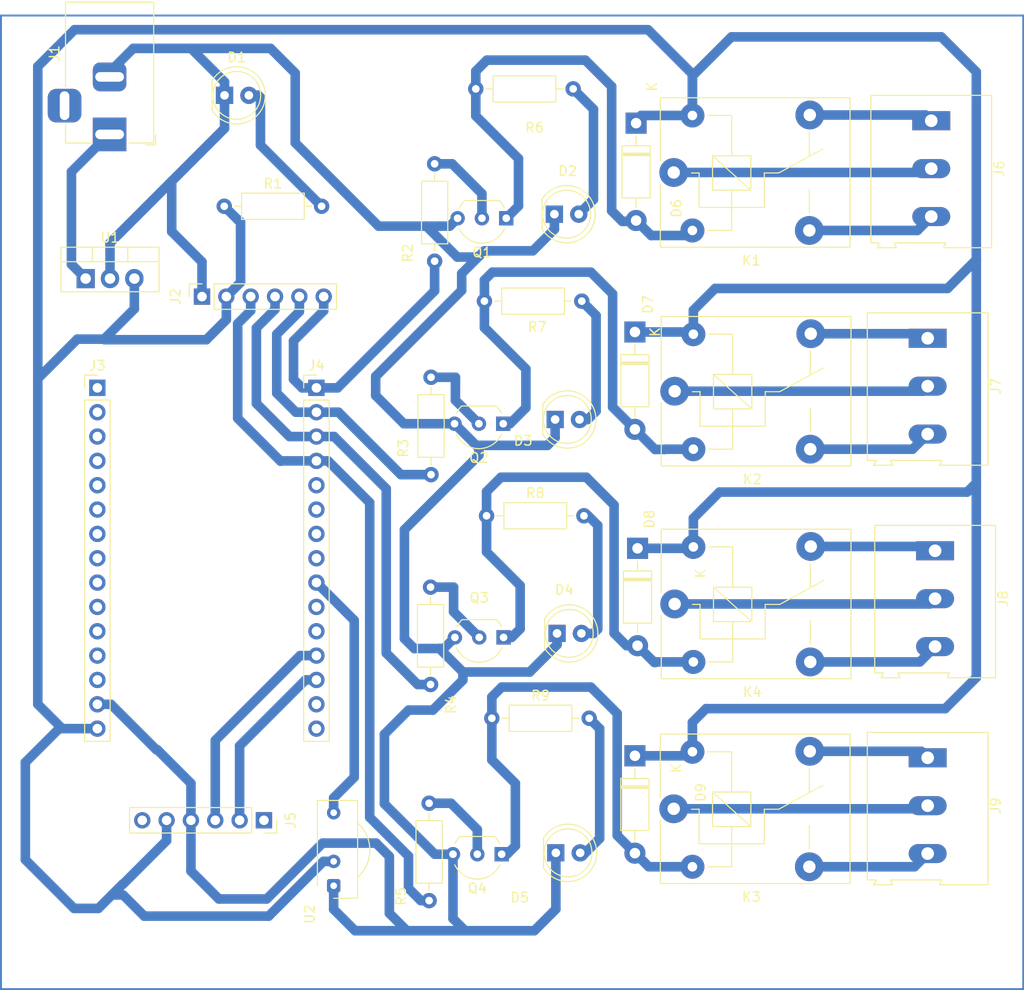
<source format=kicad_pcb>
(kicad_pcb (version 20211014) (generator pcbnew)
  (layers (0 "F.Cu" signal) (31 "B.Cu" signal) (34 "B.Paste" user) (35 "F.Paste" user) (36 "B.SilkS" user "B.Silkscreen") (37 "F.SilkS" user "F.Silkscreen") (38 "B.Mask" user) (39 "F.Mask" user) (44 "Edge.Cuts" user))
  (net 0 "")
  (net 1 "Net-(D1-Pad1)")
  (net 2 "Net-(D1-Pad2)")
  (net 3 "Net-(D3-Pad2)")
  (net 4 "Net-(D4-Pad2)")
  (net 5 "Net-(D5-Pad2)")
  (net 6 "Net-(D2-Pad2)")
  (net 7 "Net-(J2-Pad2)")
  (net 8 "Net-(Q1-Pad2)")
  (net 9 "Net-(Q2-Pad2)")
  (net 10 "Net-(Q3-Pad2)")
  (net 11 "Net-(Q4-Pad2)")
  (net 19 "Net-(J7-Pad1)")
  (net 20 "Net-(J7-Pad2)")
  (net 21 "Net-(J7-Pad3)")
  (net 22 "Net-(J8-Pad1)")
  (net 23 "Net-(J8-Pad2)")
  (net 24 "Net-(J8-Pad3)")
  (net 32 "Net-(J9-Pad1)")
  (net 33 "Net-(J9-Pad2)")
  (net 34 "Net-(J9-Pad3)")
  (net 35 "Net-(J2-Pad3)")
  (net 36 "Net-(J2-Pad4)")
  (net 37 "Net-(J2-Pad5)")
  (net 38 "Net-(J2-Pad6)")
  (net 39 "Net-(D6-Pad2)")
  (net 44 "Net-(J4-Pad9)")
  (net 47 "Net-(J4-Pad12)")
  (net 48 "Net-(J4-Pad13)")
  (net 52 "Net-(J6-Pad1)")
  (net 53 "Net-(J6-Pad2)")
  (net 54 "Net-(J6-Pad3)")
  (net 55 "Net-(D7-Pad2)")
  (net 56 "Net-(D8-Pad2)")
  (net 57 "Net-(D9-Pad2)")
  (net 58 "Net-(J1-Pad1)")
  (footprint "Relay_THT:Relay_SPDT_SANYOU_SRD_Series_Form_C" (layer "F.Cu") (at 181.187899 106.058014)
    (fp_text reference "K4")
    (fp_text value "SANYOU_SRD_Form_C")
  )
  (footprint "Package_TO_SOT_THT:TO-92_Inline_Wide" (layer "F.Cu") (at 163.332899 109.548014 180)
    (fp_text reference "Q3")
    (fp_text value "BC547")
  )
  (footprint "Resistor_THT:R_Axial_DIN0207_L6.3mm_D2.5mm_P10.16mm_Horizontal" (layer "F.Cu") (at 134.182899 64.558014)
    (fp_text reference "R1")
    (fp_text value "R")
  )
  (footprint "TerminalBlock:TerminalBlock_Altech_AK300-3_P5.00mm" (layer "F.Cu") (at 207.587899 122.108014 -90)
    (fp_text reference "J9")
    (fp_text value "Screw_Terminal_01x03")
  )
  (footprint "Package_TO_SOT_THT:TO-92_Inline_Wide" (layer "F.Cu") (at 163.612899 65.808014 180)
    (fp_text reference "Q1")
    (fp_text value "BC547")
  )
  (footprint "Relay_THT:Relay_SPDT_SANYOU_SRD_Series_Form_C" (layer "F.Cu") (at 181.087899 61.033014)
    (fp_text reference "K1")
    (fp_text value "SANYOU_SRD_Form_C")
  )
  (footprint "Diode_THT:D_DO-41_SOD81_P10.16mm_Horizontal" (layer "F.Cu") (at 177.312899 100.253014 -90)
    (fp_text reference "D8")
    (fp_text value "D")
  )
  (footprint "Connector_BarrelJack:BarrelJack_Horizontal" (layer "F.Cu") (at 122.220399 57.058014 -90)
    (fp_text reference "J1")
    (fp_text value "Jack-DC")
  )
  (footprint "Resistor_THT:R_Axial_DIN0207_L6.3mm_D2.5mm_P10.16mm_Horizontal" (layer "F.Cu") (at 161.557899 96.858014)
    (fp_text reference "R8")
    (fp_text value "560")
  )
  (footprint "TerminalBlock:TerminalBlock_Altech_AK300-3_P5.00mm" (layer "F.Cu") (at 207.962899 55.633014 -90)
    (fp_text reference "J6")
    (fp_text value "Screw_Terminal_01x03")
  )
  (footprint "Resistor_THT:R_Axial_DIN0207_L6.3mm_D2.5mm_P10.16mm_Horizontal" (layer "F.Cu") (at 162.107899 117.983014)
    (fp_text reference "R9")
    (fp_text value "560")
  )
  (footprint "Connector_PinHeader_2.54mm:PinHeader_1x15_P2.54mm_Vertical" (layer "F.Cu") (at 143.804332 83.508014)
    (fp_text reference "J4")
    (fp_text value "Conn_01x15_Female")
  )
  (footprint "Diode_THT:D_DO-41_SOD81_P10.16mm_Horizontal" (layer "F.Cu") (at 177.162899 55.883014 -90)
    (fp_text reference "D6")
    (fp_text value "D")
  )
  (footprint "Resistor_THT:R_Axial_DIN0207_L6.3mm_D2.5mm_P10.16mm_Horizontal" (layer "F.Cu") (at 161.332899 74.458014)
    (fp_text reference "R7")
    (fp_text value "560")
  )
  (footprint "TerminalBlock:TerminalBlock_Altech_AK300-3_P5.00mm" (layer "F.Cu") (at 207.587899 78.333014 -90)
    (fp_text reference "J7")
    (fp_text value "Screw_Terminal_01x03")
  )
  (footprint "Diode_THT:D_DO-41_SOD81_P10.16mm_Horizontal" (layer "F.Cu") (at 177.037899 77.678014 -90)
    (fp_text reference "D7")
    (fp_text value "D")
  )
  (footprint "LED_THT:LED_D5.0mm_Clear" (layer "F.Cu") (at 168.712899 86.808014)
    (fp_text reference "D3")
    (fp_text value "LED")
  )
  (footprint "LED_THT:LED_D5.0mm_Clear" (layer "F.Cu") (at 134.212899 52.983014)
    (fp_text reference "D1")
    (fp_text value "LED")
  )
  (footprint "Relay_THT:Relay_SPDT_SANYOU_SRD_Series_Form_C" (layer "F.Cu") (at 181.087899 127.433014)
    (fp_text reference "K3")
    (fp_text value "SANYOU_SRD_Form_C")
  )
  (footprint "LED_THT:LED_D5.0mm_Clear" (layer "F.Cu") (at 168.637899 65.383014)
    (fp_text reference "D2")
    (fp_text value "LED")
  )
  (footprint "Diode_THT:D_DO-41_SOD81_P10.16mm_Horizontal" (layer "F.Cu") (at 177.037899 121.903014 -90)
    (fp_text reference "D9")
    (fp_text value "D")
  )
  (footprint "Package_TO_SOT_THT:TO-92_Inline_Wide" (layer "F.Cu") (at 163.132899 132.173014 180)
    (fp_text reference "Q4")
    (fp_text value "BC547")
  )
  (footprint "Connector_PinSocket_2.54mm:PinSocket_1x06_P2.54mm_Vertical" (layer "F.Cu") (at 138.327899 128.633014 -90)
    (fp_text reference "J5")
    (fp_text value "Conn_01x06_Female")
  )
  (footprint "LED_THT:LED_D5.0mm_Clear" (layer "F.Cu") (at 168.787899 132.033014)
    (fp_text reference "D5")
    (fp_text value "LED")
  )
  (footprint "Connector_PinHeader_2.54mm:PinHeader_1x15_P2.54mm_Vertical" (layer "F.Cu") (at 120.944332 83.508014)
    (fp_text reference "J3")
    (fp_text value "Conn_01x15_Female")
  )
  (footprint "Package_TO_SOT_THT:TO-92_Inline_Wide" (layer "F.Cu") (at 163.296466 87.251012 180)
    (fp_text reference "Q2")
    (fp_text value "BC547")
  )
  (footprint "Resistor_THT:R_Axial_DIN0207_L6.3mm_D2.5mm_P10.16mm_Horizontal" (layer "F.Cu") (at 156.137899 70.288014 90)
    (fp_text reference "R2")
    (fp_text value "1k")
  )
  (footprint "Resistor_THT:R_Axial_DIN0207_L6.3mm_D2.5mm_P10.16mm_Horizontal" (layer "F.Cu") (at 155.562899 137.013014 90)
    (fp_text reference "R5")
    (fp_text value "1k")
  )
  (footprint "Resistor_THT:R_Axial_DIN0207_L6.3mm_D2.5mm_P10.16mm_Horizontal" (layer "F.Cu") (at 155.712899 114.463014 90)
    (fp_text reference "R4")
    (fp_text value "1k")
  )
  (footprint "Resistor_THT:R_Axial_DIN0207_L6.3mm_D2.5mm_P10.16mm_Horizontal" (layer "F.Cu") (at 155.762899 92.563014 90)
    (fp_text reference "R3")
    (fp_text value "1k")
  )
  (footprint "LED_THT:LED_D5.0mm_Clear" (layer "F.Cu") (at 168.912899 109.133014)
    (fp_text reference "D4")
    (fp_text value "LED")
  )
  (footprint "Connector_PinSocket_2.54mm:PinSocket_1x06_P2.54mm_Vertical" (layer "F.Cu") (at 131.862899 73.983014 90)
    (fp_text reference "J2")
    (fp_text value "Conn_01x06_Male")
  )
  (footprint "Relay_THT:Relay_SPDT_SANYOU_SRD_Series_Form_C" (layer "F.Cu") (at 181.187899 83.858014)
    (fp_text reference "K2")
    (fp_text value "SANYOU_SRD_Form_C")
  )
  (footprint "TerminalBlock:TerminalBlock_Altech_AK300-3_P5.00mm" (layer "F.Cu") (at 208.362899 100.508014 -90)
    (fp_text reference "J8")
    (fp_text value "Screw_Terminal_01x03")
  )
  (footprint "OptoDevice:Vishay_CAST-3Pin" (layer "F.Cu") (at 145.602899 135.463014 90)
    (fp_text reference "U2")
    (fp_text value "TSOP17xx")
  )
  (footprint "Package_TO_SOT_THT:TO-220-3_Vertical" (layer "F.Cu") (at 119.722899 72.103014)
    (fp_text reference "U1")
    (fp_text value "L7805")
  )
  (footprint "Resistor_THT:R_Axial_DIN0207_L6.3mm_D2.5mm_P10.16mm_Horizontal" (layer "F.Cu") (at 160.432899 52.308014)
    (fp_text reference "R6")
    (fp_text value "560")
  )
  (gr_line (start 217.562899 44.653014) (end 217.562899 146.253014) (layer "B.Cu") (width 0.2))
  (gr_line (start 110.882899 44.653014) (end 217.562899 44.653014) (layer "B.Cu") (width 0.2))
  (gr_line (start 217.562899 146.253014) (end 110.882899 146.253014) (layer "B.Cu") (width 0.2))
  (gr_line (start 110.882899 146.253014) (end 110.882899 44.653014) (layer "B.Cu") (width 0.2))
  (segment (start 158.052899 132.173014) (end 156.152899 132.173014) (width 1) (layer "B.Cu") (net 1))
  (segment (start 139.012899 48.083014) (end 141.587899 50.658014) (width 1) (layer "B.Cu") (net 1))
  (segment (start 161.332899 69.208014) (end 161.072899 69.468014) (width 1) (layer "B.Cu") (net 1))
  (segment (start 160.683844 69.857069) (end 158.501678 69.857069) (width 1) (layer "B.Cu") (net 1))
  (segment (start 134.212899 56.433014) (end 134.212899 52.983014) (width 1) (layer "B.Cu") (net 1))
  (segment (start 160.756466 89.791012) (end 160.473468 89.508014) (width 1) (layer "B.Cu") (net 1))
  (segment (start 157.092899 110.708014) (end 158.252899 109.548014) (width 1) (layer "B.Cu") (net 1))
  (segment (start 150.897899 126.918014) (end 150.897899 119.648014) (width 1) (layer "B.Cu") (net 1))
  (segment (start 122.352899 116.528014) (end 127.087899 121.263014) (width 1) (layer "B.Cu") (net 1))
  (segment (start 144.447899 131.013014) (end 150.022899 131.013014) (width 1) (layer "B.Cu") (net 1))
  (segment (start 130.707899 128.633014) (end 130.707899 133.928014) (width 1) (layer "B.Cu") (net 1))
  (segment (start 138.617899 136.843014) (end 144.447899 131.013014) (width 1) (layer "B.Cu") (net 1))
  (segment (start 120.944332 116.528014) (end 122.352899 116.528014) (width 1) (layer "B.Cu") (net 1))
  (segment (start 124.687899 48.083014) (end 130.712899 48.083014) (width 1) (layer "B.Cu") (net 1))
  (segment (start 156.152899 132.173014) (end 150.897899 126.918014) (width 1) (layer "B.Cu") (net 1))
  (segment (start 152.987899 109.683014) (end 152.987899 98.308014) (width 1) (layer "B.Cu") (net 1))
  (segment (start 122.220399 50.550514) (end 124.687899 48.083014) (width 1) (layer "B.Cu") (net 1))
  (segment (start 160.473468 89.508014) (end 158.216466 87.251012) (width 1) (layer "B.Cu") (net 1))
  (segment (start 166.062899 113.158014) (end 159.087899 113.158014) (width 1) (layer "B.Cu") (net 1))
  (segment (start 134.212899 51.583014) (end 134.212899 52.983014) (width 1) (layer "B.Cu") (net 1))
  (segment (start 153.412899 117.133014) (end 150.897899 119.648014) (width 1) (layer "B.Cu") (net 1))
  (segment (start 168.637899 66.958014) (end 166.387899 69.208014) (width 1) (layer "B.Cu") (net 1))
  (segment (start 122.262899 68.383014) (end 126.087899 64.558014) (width 1) (layer "B.Cu") (net 1))
  (segment (start 152.987899 98.308014) (end 160.756466 90.539447) (width 1) (layer "B.Cu") (net 1))
  (segment (start 154.012899 110.708014) (end 152.987899 109.683014) (width 1) (layer "B.Cu") (net 1))
  (segment (start 156.637899 110.708014) (end 154.012899 110.708014) (width 1) (layer "B.Cu") (net 1))
  (segment (start 133.622899 136.843014) (end 138.617899 136.843014) (width 1) (layer "B.Cu") (net 1))
  (segment (start 156.637899 110.708014) (end 157.092899 110.708014) (width 1) (layer "B.Cu") (net 1))
  (segment (start 147.837899 140.158014) (end 153.237899 140.158014) (width 1) (layer "B.Cu") (net 1))
  (segment (start 150.022899 131.013014) (end 151.412899 132.403014) (width 1) (layer "B.Cu") (net 1))
  (segment (start 145.602899 137.923014) (end 147.837899 140.158014) (width 1) (layer "B.Cu") (net 1))
  (segment (start 130.712899 48.083014) (end 134.212899 51.583014) (width 1) (layer "B.Cu") (net 1))
  (segment (start 128.700399 61.945514) (end 134.212899 56.433014) (width 1) (layer "B.Cu") (net 1))
  (segment (start 130.712899 48.083014) (end 139.012899 48.083014) (width 1) (layer "B.Cu") (net 1))
  (segment (start 150.287899 66.633014) (end 155.277623 66.633014) (width 1) (layer "B.Cu") (net 1))
  (segment (start 158.501678 69.857069) (end 155.277623 66.633014) (width 1) (layer "B.Cu") (net 1))
  (segment (start 168.787899 137.908014) (end 166.537899 140.158014) (width 1) (layer "B.Cu") (net 1))
  (segment (start 141.587899 57.933014) (end 150.287899 66.633014) (width 1) (layer "B.Cu") (net 1))
  (segment (start 158.962899 73.333014) (end 158.962899 71.578014) (width 1) (layer "B.Cu") (net 1))
  (segment (start 159.087899 113.158014) (end 159.087899 113.998014) (width 1) (layer "B.Cu") (net 1))
  (segment (start 155.277623 66.633014) (end 156.645733 66.633014) (width 1) (layer "B.Cu") (net 1))
  (segment (start 122.262899 72.103014) (end 122.262899 68.383014) (width 1) (layer "B.Cu") (net 1))
  (segment (start 155.952899 117.133014) (end 153.412899 117.133014) (width 1) (layer "B.Cu") (net 1))
  (segment (start 168.712899 86.808014) (end 168.712899 88.708014) (width 1) (layer "B.Cu") (net 1))
  (segment (start 157.707899 66.633014) (end 158.532899 65.808014) (width 1) (layer "B.Cu") (net 1))
  (segment (start 141.587899 50.658014) (end 141.587899 57.933014) (width 1) (layer "B.Cu") (net 1))
  (segment (start 159.320733 140.158014) (end 153.237899 140.158014) (width 1) (layer "B.Cu") (net 1))
  (segment (start 166.537899 140.158014) (end 159.662899 140.158014) (width 1) (layer "B.Cu") (net 1))
  (segment (start 131.862899 70.358014) (end 128.700399 67.195514) (width 1) (layer "B.Cu") (net 1))
  (segment (start 160.862761 69.678152) (end 160.683844 69.857069) (width 1) (layer "B.Cu") (net 1))
  (segment (start 158.052899 138.89018) (end 159.320733 140.158014) (width 1) (layer "B.Cu") (net 1))
  (segment (start 167.912899 89.508014) (end 160.473468 89.508014) (width 1) (layer "B.Cu") (net 1))
  (segment (start 151.412899 138.333014) (end 153.237899 140.158014) (width 1) (layer "B.Cu") (net 1))
  (segment (start 156.645733 66.633014) (end 157.707899 66.633014) (width 1) (layer "B.Cu") (net 1))
  (segment (start 168.912899 109.133014) (end 168.912899 110.308014) (width 1) (layer "B.Cu") (net 1))
  (segment (start 127.087899 121.263014) (end 127.192899 121.263014) (width 1) (layer "B.Cu") (net 1))
  (segment (start 127.192899 121.263014) (end 130.707899 124.778014) (width 1) (layer "B.Cu") (net 1))
  (segment (start 159.662899 140.158014) (end 159.320733 140.158014) (width 1) (layer "B.Cu") (net 1))
  (segment (start 149.987899 82.308014) (end 158.962899 73.333014) (width 1) (layer "B.Cu") (net 1))
  (segment (start 168.912899 110.308014) (end 166.062899 113.158014) (width 1) (layer "B.Cu") (net 1))
  (segment (start 126.087899 64.558014) (end 128.700399 61.945514) (width 1) (layer "B.Cu") (net 1))
  (segment (start 131.862899 73.983014) (end 131.862899 70.358014) (width 1) (layer "B.Cu") (net 1))
  (segment (start 160.756466 90.539447) (end 160.756466 89.791012) (width 1) (layer "B.Cu") (net 1))
  (segment (start 152.930897 87.251012) (end 158.216466 87.251012) (width 1) (layer "B.Cu") (net 1))
  (segment (start 166.387899 69.208014) (end 161.332899 69.208014) (width 1) (layer "B.Cu") (net 1))
  (segment (start 159.087899 113.998014) (end 155.952899 117.133014) (width 1) (layer "B.Cu") (net 1))
  (segment (start 168.787899 132.033014) (end 168.787899 137.908014) (width 1) (layer "B.Cu") (net 1))
  (segment (start 130.707899 133.928014) (end 133.622899 136.843014) (width 1) (layer "B.Cu") (net 1))
  (segment (start 122.220399 51.058014) (end 122.220399 50.550514) (width 1) (layer "B.Cu") (net 1))
  (segment (start 158.962899 71.578014) (end 160.862761 69.678152) (width 1) (layer "B.Cu") (net 1))
  (segment (start 152.930897 87.251012) (end 149.987899 84.308014) (width 1) (layer "B.Cu") (net 1))
  (segment (start 128.700399 67.195514) (end 128.700399 61.945514) (width 1) (layer "B.Cu") (net 1))
  (segment (start 149.987899 84.308014) (end 149.987899 82.308014) (width 1) (layer "B.Cu") (net 1))
  (segment (start 130.707899 124.778014) (end 130.707899 128.633014) (width 1) (layer "B.Cu") (net 1))
  (segment (start 158.052899 132.173014) (end 158.052899 138.89018) (width 1) (layer "B.Cu") (net 1))
  (segment (start 168.637899 65.383014) (end 168.637899 66.958014) (width 1) (layer "B.Cu") (net 1))
  (segment (start 168.712899 88.708014) (end 167.912899 89.508014) (width 1) (layer "B.Cu") (net 1))
  (segment (start 160.862761 69.678152) (end 161.072899 69.468014) (width 1) (layer "B.Cu") (net 1))
  (segment (start 151.412899 132.403014) (end 151.412899 138.333014) (width 1) (layer "B.Cu") (net 1))
  (segment (start 145.602899 135.463014) (end 145.602899 137.923014) (width 1) (layer "B.Cu") (net 1))
  (segment (start 159.087899 113.158014) (end 156.637899 110.708014) (width 1) (layer "B.Cu") (net 1))
  (segment (start 137.712899 52.958014) (end 136.777899 52.958014) (width 1) (layer "B.Cu") (net 2))
  (segment (start 137.962899 58.178014) (end 137.962899 53.208014) (width 1) (layer "B.Cu") (net 2))
  (segment (start 136.777899 52.958014) (end 136.752899 52.983014) (width 1) (layer "B.Cu") (net 2))
  (segment (start 137.962899 53.208014) (end 137.712899 52.958014) (width 1) (layer "B.Cu") (net 2))
  (segment (start 144.342899 64.558014) (end 137.962899 58.178014) (width 1) (layer "B.Cu") (net 2))
  (segment (start 172.987899 75.953014) (end 171.492899 74.458014) (width 1) (layer "B.Cu") (net 3))
  (segment (start 172.112899 86.808014) (end 172.987899 85.933014) (width 1) (layer "B.Cu") (net 3))
  (segment (start 172.987899 85.933014) (end 172.987899 75.953014) (width 1) (layer "B.Cu") (net 3))
  (segment (start 171.252899 86.808014) (end 172.112899 86.808014) (width 1) (layer "B.Cu") (net 3))
  (segment (start 172.162899 96.858014) (end 171.717899 96.858014) (width 1) (layer "B.Cu") (net 4))
  (segment (start 173.162899 108.683014) (end 173.162899 97.858014) (width 1) (layer "B.Cu") (net 4))
  (segment (start 173.162899 97.858014) (end 172.162899 96.858014) (width 1) (layer "B.Cu") (net 4))
  (segment (start 172.712899 109.133014) (end 173.162899 108.683014) (width 1) (layer "B.Cu") (net 4))
  (segment (start 171.452899 109.133014) (end 172.712899 109.133014) (width 1) (layer "B.Cu") (net 4))
  (segment (start 173.362899 119.078014) (end 172.267899 117.983014) (width 1) (layer "B.Cu") (net 5))
  (segment (start 171.327899 132.033014) (end 171.862899 132.033014) (width 1) (layer "B.Cu") (net 5))
  (segment (start 173.362899 130.533014) (end 173.362899 119.078014) (width 1) (layer "B.Cu") (net 5))
  (segment (start 171.862899 132.033014) (end 173.362899 130.533014) (width 1) (layer "B.Cu") (net 5))
  (segment (start 172.712899 63.848014) (end 171.177899 65.383014) (width 1) (layer "B.Cu") (net 6))
  (segment (start 172.712899 63.108014) (end 172.712899 63.848014) (width 1) (layer "B.Cu") (net 6))
  (segment (start 172.712899 54.428014) (end 170.592899 52.308014) (width 1) (layer "B.Cu") (net 6))
  (segment (start 172.712899 54.428014) (end 172.712899 63.108014) (width 1) (layer "B.Cu") (net 6))
  (segment (start 121.047899 137.828014) (end 122.452899 136.423014) (width 1) (layer "B.Cu") (net 7))
  (segment (start 185.412899 73.133014) (end 183.137899 75.408014) (width 1) (layer "B.Cu") (net 7))
  (segment (start 187.112899 46.883014) (end 209.012899 46.883014) (width 1) (layer "B.Cu") (net 7))
  (segment (start 119.362899 46.133014) (end 118.562899 46.133014) (width 1) (layer "B.Cu") (net 7))
  (segment (start 128.167899 130.753014) (end 128.167899 128.633014) (width 1) (layer "B.Cu") (net 7))
  (segment (start 134.402899 76.393014) (end 132.312899 78.483014) (width 1) (layer "B.Cu") (net 7))
  (segment (start 183.037899 50.958014) (end 187.112899 46.883014) (width 1) (layer "B.Cu") (net 7))
  (segment (start 121.647899 78.423014) (end 118.847899 78.423014) (width 1) (layer "B.Cu") (net 7))
  (segment (start 182.617899 121.903014) (end 183.037899 121.483014) (width 1) (layer "B.Cu") (net 7))
  (segment (start 212.662899 113.733014) (end 212.662899 93.433014) (width 1) (layer "B.Cu") (net 7))
  (segment (start 120.944332 119.068014) (end 117.272899 119.068014) (width 1) (layer "B.Cu") (net 7))
  (segment (start 177.037899 77.678014) (end 182.907899 77.678014) (width 1) (layer "B.Cu") (net 7))
  (segment (start 122.452899 136.423014) (end 123.587899 135.288014) (width 1) (layer "B.Cu") (net 7))
  (segment (start 183.137899 100.108014) (end 183.137899 97.108014) (width 1) (layer "B.Cu") (net 7))
  (segment (start 184.462899 116.983014) (end 209.412899 116.983014) (width 1) (layer "B.Cu") (net 7))
  (segment (start 212.662899 70.133014) (end 209.662899 73.133014) (width 1) (layer "B.Cu") (net 7))
  (segment (start 118.507899 137.828014) (end 121.047899 137.828014) (width 1) (layer "B.Cu") (net 7))
  (segment (start 135.887899 72.498014) (end 135.887899 66.208014) (width 1) (layer "B.Cu") (net 7))
  (segment (start 183.037899 121.483014) (end 183.037899 118.408014) (width 1) (layer "B.Cu") (net 7))
  (segment (start 209.012899 46.883014) (end 212.662899 50.533014) (width 1) (layer "B.Cu") (net 7))
  (segment (start 183.037899 50.758014) (end 182.237899 49.958014) (width 1) (layer "B.Cu") (net 7))
  (segment (start 182.237899 49.958014) (end 178.412899 46.133014) (width 1) (layer "B.Cu") (net 7))
  (segment (start 182.907899 77.678014) (end 183.137899 77.908014) (width 1) (layer "B.Cu") (net 7))
  (segment (start 132.312899 78.483014) (end 121.707899 78.483014) (width 1) (layer "B.Cu") (net 7))
  (segment (start 185.862899 94.383014) (end 211.712899 94.383014) (width 1) (layer "B.Cu") (net 7))
  (segment (start 118.847899 78.423014) (end 114.727899 82.543014) (width 1) (layer "B.Cu") (net 7))
  (segment (start 125.837899 138.633014) (end 123.627899 136.423014) (width 1) (layer "B.Cu") (net 7))
  (segment (start 114.727899 116.523014) (end 117.272899 119.068014) (width 1) (layer "B.Cu") (net 7))
  (segment (start 177.162899 55.883014) (end 177.162899 55.608014) (width 1) (layer "B.Cu") (net 7))
  (segment (start 177.037899 121.903014) (end 182.617899 121.903014) (width 1) (layer "B.Cu") (net 7))
  (segment (start 183.137899 97.108014) (end 185.862899 94.383014) (width 1) (layer "B.Cu") (net 7))
  (segment (start 183.037899 118.408014) (end 184.462899 116.983014) (width 1) (layer "B.Cu") (net 7))
  (segment (start 138.822899 138.633014) (end 125.837899 138.633014) (width 1) (layer "B.Cu") (net 7))
  (segment (start 118.562899 46.133014) (end 116.662899 48.033014) (width 1) (layer "B.Cu") (net 7))
  (segment (start 177.312899 100.253014) (end 182.992899 100.253014) (width 1) (layer "B.Cu") (net 7))
  (segment (start 212.662899 93.433014) (end 212.662899 70.133014) (width 1) (layer "B.Cu") (net 7))
  (segment (start 123.627899 136.423014) (end 122.452899 136.423014) (width 1) (layer "B.Cu") (net 7))
  (segment (start 123.632899 135.288014) (end 128.167899 130.753014) (width 1) (layer "B.Cu") (net 7))
  (segment (start 212.662899 50.533014) (end 212.662899 70.133014) (width 1) (layer "B.Cu") (net 7))
  (segment (start 183.037899 55.083014) (end 183.037899 50.758014) (width 1) (layer "B.Cu") (net 7))
  (segment (start 135.607899 65.983014) (end 134.182899 64.558014) (width 1) (layer "B.Cu") (net 7))
  (segment (start 114.727899 82.543014) (end 114.727899 116.523014) (width 1) (layer "B.Cu") (net 7))
  (segment (start 121.707899 78.483014) (end 121.647899 78.423014) (width 1) (layer "B.Cu") (net 7))
  (segment (start 177.162899 55.608014) (end 177.687899 55.083014) (width 1) (layer "B.Cu") (net 7))
  (segment (start 209.412899 116.983014) (end 212.662899 113.733014) (width 1) (layer "B.Cu") (net 7))
  (segment (start 183.137899 75.408014) (end 183.137899 77.908014) (width 1) (layer "B.Cu") (net 7))
  (segment (start 145.602899 132.923014) (end 144.532899 132.923014) (width 1) (layer "B.Cu") (net 7))
  (segment (start 183.037899 55.083014) (end 183.037899 50.958014) (width 1) (layer "B.Cu") (net 7))
  (segment (start 134.402899 73.983014) (end 134.402899 76.393014) (width 1) (layer "B.Cu") (net 7))
  (segment (start 113.427899 122.588014) (end 113.427899 132.748014) (width 1) (layer "B.Cu") (net 7))
  (segment (start 114.727899 82.543014) (end 114.727899 49.968014) (width 1) (layer "B.Cu") (net 7))
  (segment (start 114.727899 49.968014) (end 116.662899 48.033014) (width 1) (layer "B.Cu") (net 7))
  (segment (start 134.402899 73.983014) (end 135.887899 72.498014) (width 1) (layer "B.Cu") (net 7))
  (segment (start 209.662899 73.133014) (end 185.412899 73.133014) (width 1) (layer "B.Cu") (net 7))
  (segment (start 116.947899 119.068014) (end 113.427899 122.588014) (width 1) (layer "B.Cu") (net 7))
  (segment (start 211.712899 94.383014) (end 212.662899 93.433014) (width 1) (layer "B.Cu") (net 7))
  (segment (start 124.802899 75.268014) (end 121.647899 78.423014) (width 1) (layer "B.Cu") (net 7))
  (segment (start 144.532899 132.923014) (end 138.822899 138.633014) (width 1) (layer "B.Cu") (net 7))
  (segment (start 178.412899 46.133014) (end 119.362899 46.133014) (width 1) (layer "B.Cu") (net 7))
  (segment (start 113.427899 132.748014) (end 118.507899 137.828014) (width 1) (layer "B.Cu") (net 7))
  (segment (start 177.687899 55.083014) (end 183.037899 55.083014) (width 1) (layer "B.Cu") (net 7))
  (segment (start 123.587899 135.288014) (end 123.632899 135.288014) (width 1) (layer "B.Cu") (net 7))
  (segment (start 135.887899 66.208014) (end 135.662899 65.983014) (width 1) (layer "B.Cu") (net 7))
  (segment (start 117.272899 119.068014) (end 116.947899 119.068014) (width 1) (layer "B.Cu") (net 7))
  (segment (start 182.992899 100.253014) (end 183.137899 100.108014) (width 1) (layer "B.Cu") (net 7))
  (segment (start 135.662899 65.983014) (end 135.607899 65.983014) (width 1) (layer "B.Cu") (net 7))
  (segment (start 124.802899 72.103014) (end 124.802899 75.268014) (width 1) (layer "B.Cu") (net 7))
  (segment (start 156.137899 60.128014) (end 157.962899 60.128014) (width 1) (layer "B.Cu") (net 8))
  (segment (start 161.037899 65.808014) (end 161.072899 65.808014) (width 1) (layer "B.Cu") (net 8))
  (segment (start 161.072899 65.808014) (end 161.072899 63.238014) (width 1) (layer "B.Cu") (net 8))
  (segment (start 161.072899 63.238014) (end 157.962899 60.128014) (width 1) (layer "B.Cu") (net 8))
  (segment (start 155.762899 82.403014) (end 158.307899 82.403014) (width 1) (layer "B.Cu") (net 9))
  (segment (start 158.307899 84.802445) (end 160.756466 87.251012) (width 1) (layer "B.Cu") (net 9))
  (segment (start 158.307899 82.403014) (end 158.307899 84.802445) (width 1) (layer "B.Cu") (net 9))
  (segment (start 158.117899 106.873014) (end 160.792899 109.548014) (width 1) (layer "B.Cu") (net 10))
  (segment (start 158.117899 104.303014) (end 158.117899 106.873014) (width 1) (layer "B.Cu") (net 10))
  (segment (start 160.792899 109.548014) (end 160.792899 109.728014) (width 1) (layer "B.Cu") (net 10))
  (segment (start 155.712899 104.303014) (end 158.117899 104.303014) (width 1) (layer "B.Cu") (net 10))
  (segment (start 160.792899 109.548014) (end 160.792899 109.778014) (width 1) (layer "B.Cu") (net 10))
  (segment (start 155.562899 126.853014) (end 157.842899 126.853014) (width 1) (layer "B.Cu") (net 11))
  (segment (start 160.592899 129.603014) (end 157.842899 126.853014) (width 1) (layer "B.Cu") (net 11))
  (segment (start 160.592899 132.173014) (end 160.592899 129.603014) (width 1) (layer "B.Cu") (net 11))
  (segment (start 207.112899 77.858014) (end 207.587899 78.333014) (width 1) (layer "B.Cu") (net 19))
  (segment (start 195.387899 77.858014) (end 207.112899 77.858014) (width 1) (layer "B.Cu") (net 19))
  (segment (start 181.187899 83.858014) (end 207.062899 83.858014) (width 1) (layer "B.Cu") (net 20))
  (segment (start 207.062899 83.858014) (end 207.587899 83.333014) (width 1) (layer "B.Cu") (net 20))
  (segment (start 206.012899 89.908014) (end 207.587899 88.333014) (width 1) (layer "B.Cu") (net 21))
  (segment (start 195.337899 89.908014) (end 206.012899 89.908014) (width 1) (layer "B.Cu") (net 21))
  (segment (start 207.912899 100.058014) (end 208.362899 100.508014) (width 1) (layer "B.Cu") (net 22))
  (segment (start 195.387899 100.058014) (end 207.912899 100.058014) (width 1) (layer "B.Cu") (net 22))
  (segment (start 207.812899 106.058014) (end 208.362899 105.508014) (width 1) (layer "B.Cu") (net 23))
  (segment (start 181.187899 106.058014) (end 207.812899 106.058014) (width 1) (layer "B.Cu") (net 23))
  (segment (start 206.762899 112.108014) (end 208.362899 110.508014) (width 1) (layer "B.Cu") (net 24))
  (segment (start 195.337899 112.108014) (end 206.762899 112.108014) (width 1) (layer "B.Cu") (net 24))
  (segment (start 206.912899 121.433014) (end 207.587899 122.108014) (width 1) (layer "B.Cu") (net 32))
  (segment (start 195.287899 121.433014) (end 206.912899 121.433014) (width 1) (layer "B.Cu") (net 32))
  (segment (start 207.262899 127.433014) (end 207.587899 127.108014) (width 1) (layer "B.Cu") (net 33))
  (segment (start 181.087899 127.433014) (end 207.262899 127.433014) (width 1) (layer "B.Cu") (net 33))
  (segment (start 206.212899 133.483014) (end 207.587899 132.108014) (width 1) (layer "B.Cu") (net 34))
  (segment (start 195.237899 133.483014) (end 206.212899 133.483014) (width 1) (layer "B.Cu") (net 34))
  (segment (start 153.412899 135.733014) (end 154.692899 137.013014) (width 1) (layer "B.Cu") (net 35))
  (segment (start 135.587899 76.808014) (end 135.587899 86.683014) (width 1) (layer "B.Cu") (net 35))
  (segment (start 135.587899 86.683014) (end 140.062899 91.158014) (width 1) (layer "B.Cu") (net 35))
  (segment (start 136.942899 75.453014) (end 135.587899 76.808014) (width 1) (layer "B.Cu") (net 35))
  (segment (start 140.092899 91.128014) (end 143.804332 91.128014) (width 1) (layer "B.Cu") (net 35))
  (segment (start 149.362899 95.483014) (end 149.362899 128.323014) (width 1) (layer "B.Cu") (net 35))
  (segment (start 154.692899 137.013014) (end 155.562899 137.013014) (width 1) (layer "B.Cu") (net 35))
  (segment (start 136.942899 73.983014) (end 136.942899 75.453014) (width 1) (layer "B.Cu") (net 35))
  (segment (start 145.007899 91.128014) (end 149.362899 95.483014) (width 1) (layer "B.Cu") (net 35))
  (segment (start 153.412899 132.373014) (end 153.412899 135.733014) (width 1) (layer "B.Cu") (net 35))
  (segment (start 149.362899 128.323014) (end 153.412899 132.373014) (width 1) (layer "B.Cu") (net 35))
  (segment (start 140.062899 91.158014) (end 140.092899 91.128014) (width 1) (layer "B.Cu") (net 35))
  (segment (start 143.804332 91.128014) (end 145.007899 91.128014) (width 1) (layer "B.Cu") (net 35))
  (segment (start 139.482899 75.313014) (end 137.537899 77.258014) (width 1) (layer "B.Cu") (net 36))
  (segment (start 151.087899 94.033014) (end 151.087899 111.183014) (width 1) (layer "B.Cu") (net 36))
  (segment (start 145.642899 88.588014) (end 151.087899 94.033014) (width 1) (layer "B.Cu") (net 36))
  (segment (start 143.804332 88.588014) (end 145.642899 88.588014) (width 1) (layer "B.Cu") (net 36))
  (segment (start 139.482899 73.983014) (end 139.482899 75.313014) (width 1) (layer "B.Cu") (net 36))
  (segment (start 154.367899 114.463014) (end 155.712899 114.463014) (width 1) (layer "B.Cu") (net 36))
  (segment (start 140.992899 88.588014) (end 143.804332 88.588014) (width 1) (layer "B.Cu") (net 36))
  (segment (start 151.087899 111.183014) (end 154.367899 114.463014) (width 1) (layer "B.Cu") (net 36))
  (segment (start 137.537899 85.133014) (end 140.992899 88.588014) (width 1) (layer "B.Cu") (net 36))
  (segment (start 137.537899 77.258014) (end 137.537899 85.133014) (width 1) (layer "B.Cu") (net 36))
  (segment (start 152.617899 92.563014) (end 155.762899 92.563014) (width 1) (layer "B.Cu") (net 37))
  (segment (start 139.662899 84.058014) (end 141.652899 86.048014) (width 1) (layer "B.Cu") (net 37))
  (segment (start 142.022899 75.548014) (end 139.662899 77.908014) (width 1) (layer "B.Cu") (net 37))
  (segment (start 141.652899 86.048014) (end 143.804332 86.048014) (width 1) (layer "B.Cu") (net 37))
  (segment (start 143.804332 86.048014) (end 146.102899 86.048014) (width 1) (layer "B.Cu") (net 37))
  (segment (start 139.662899 77.908014) (end 139.662899 84.058014) (width 1) (layer "B.Cu") (net 37))
  (segment (start 142.022899 73.983014) (end 142.022899 75.548014) (width 1) (layer "B.Cu") (net 37))
  (segment (start 146.102899 86.048014) (end 152.617899 92.563014) (width 1) (layer "B.Cu") (net 37))
  (segment (start 141.412899 82.608014) (end 142.312899 83.508014) (width 1) (layer "B.Cu") (net 38))
  (segment (start 144.562899 75.458014) (end 141.412899 78.608014) (width 1) (layer "B.Cu") (net 38))
  (segment (start 142.312899 83.508014) (end 143.804332 83.508014) (width 1) (layer "B.Cu") (net 38))
  (segment (start 146.012899 83.508014) (end 156.137899 73.383014) (width 1) (layer "B.Cu") (net 38))
  (segment (start 156.137899 73.383014) (end 156.137899 70.288014) (width 1) (layer "B.Cu") (net 38))
  (segment (start 141.412899 78.608014) (end 141.412899 82.608014) (width 1) (layer "B.Cu") (net 38))
  (segment (start 143.804332 83.508014) (end 146.012899 83.508014) (width 1) (layer "B.Cu") (net 38))
  (segment (start 144.562899 73.983014) (end 144.562899 75.458014) (width 1) (layer "B.Cu") (net 38))
  (segment (start 164.887899 59.583014) (end 164.887899 64.533014) (width 1) (layer "B.Cu") (net 39))
  (segment (start 160.432899 50.463014) (end 161.587899 49.308014) (width 1) (layer "B.Cu") (net 39))
  (segment (start 182.512899 67.608014) (end 183.037899 67.083014) (width 1) (layer "B.Cu") (net 39))
  (segment (start 174.612899 52.058014) (end 174.612899 65.033014) (width 1) (layer "B.Cu") (net 39))
  (segment (start 178.727899 67.608014) (end 182.512899 67.608014) (width 1) (layer "B.Cu") (net 39))
  (segment (start 160.432899 52.308014) (end 160.432899 50.463014) (width 1) (layer "B.Cu") (net 39))
  (segment (start 177.162899 66.043014) (end 178.727899 67.608014) (width 1) (layer "B.Cu") (net 39))
  (segment (start 160.432899 52.308014) (end 160.432899 55.128014) (width 1) (layer "B.Cu") (net 39))
  (segment (start 171.862899 49.308014) (end 174.612899 52.058014) (width 1) (layer "B.Cu") (net 39))
  (segment (start 175.712899 66.133014) (end 177.072899 66.133014) (width 1) (layer "B.Cu") (net 39))
  (segment (start 160.432899 55.128014) (end 164.887899 59.583014) (width 1) (layer "B.Cu") (net 39))
  (segment (start 161.587899 49.308014) (end 171.862899 49.308014) (width 1) (layer "B.Cu") (net 39))
  (segment (start 177.072899 66.133014) (end 177.162899 66.043014) (width 1) (layer "B.Cu") (net 39))
  (segment (start 164.887899 64.533014) (end 163.612899 65.808014) (width 1) (layer "B.Cu") (net 39))
  (segment (start 174.612899 65.033014) (end 175.712899 66.133014) (width 1) (layer "B.Cu") (net 39))
  (segment (start 147.747899 107.771581) (end 143.804332 103.828014) (width 1) (layer "B.Cu") (net 44))
  (segment (start 145.602899 127.843014) (end 145.602899 126.288014) (width 1) (layer "B.Cu") (net 44))
  (segment (start 147.747899 124.143014) (end 147.747899 107.771581) (width 1) (layer "B.Cu") (net 44))
  (segment (start 145.602899 126.288014) (end 147.747899 124.143014) (width 1) (layer "B.Cu") (net 44))
  (segment (start 133.247899 128.633014) (end 133.247899 120.298014) (width 1) (layer "B.Cu") (net 47))
  (segment (start 142.097899 111.448014) (end 143.804332 111.448014) (width 1) (layer "B.Cu") (net 47))
  (segment (start 133.247899 120.298014) (end 142.097899 111.448014) (width 1) (layer "B.Cu") (net 47))
  (segment (start 142.667899 113.983014) (end 143.799332 113.983014) (width 1) (layer "B.Cu") (net 48))
  (segment (start 135.787899 120.863014) (end 142.667899 113.983014) (width 1) (layer "B.Cu") (net 48))
  (segment (start 143.799332 113.983014) (end 143.804332 113.988014) (width 1) (layer "B.Cu") (net 48))
  (segment (start 135.787899 128.633014) (end 135.787899 120.863014) (width 1) (layer "B.Cu") (net 48))
  (segment (start 195.287899 55.033014) (end 207.362899 55.033014) (width 1) (layer "B.Cu") (net 52))
  (segment (start 207.362899 55.033014) (end 207.962899 55.633014) (width 1) (layer "B.Cu") (net 52))
  (segment (start 181.087899 61.033014) (end 207.562899 61.033014) (width 1) (layer "B.Cu") (net 53))
  (segment (start 207.562899 61.033014) (end 207.962899 60.633014) (width 1) (layer "B.Cu") (net 53))
  (segment (start 195.237899 67.083014) (end 206.512899 67.083014) (width 1) (layer "B.Cu") (net 54))
  (segment (start 206.512899 67.083014) (end 207.962899 65.633014) (width 1) (layer "B.Cu") (net 54))
  (segment (start 161.332899 77.228014) (end 161.332899 74.458014) (width 1) (layer "B.Cu") (net 55))
  (segment (start 180.162899 89.933014) (end 180.187899 89.908014) (width 1) (layer "B.Cu") (net 55))
  (segment (start 165.662899 85.583014) (end 165.662899 81.533014) (width 1) (layer "B.Cu") (net 55))
  (segment (start 177.037899 87.838014) (end 179.132899 89.933014) (width 1) (layer "B.Cu") (net 55))
  (segment (start 172.437899 71.433014) (end 174.712899 73.708014) (width 1) (layer "B.Cu") (net 55))
  (segment (start 180.187899 89.908014) (end 183.137899 89.908014) (width 1) (layer "B.Cu") (net 55))
  (segment (start 161.612899 77.508014) (end 161.332899 77.228014) (width 1) (layer "B.Cu") (net 55))
  (segment (start 161.637899 77.508014) (end 161.612899 77.508014) (width 1) (layer "B.Cu") (net 55))
  (segment (start 163.296466 87.251012) (end 163.994901 87.251012) (width 1) (layer "B.Cu") (net 55))
  (segment (start 174.712899 73.708014) (end 174.712899 85.513014) (width 1) (layer "B.Cu") (net 55))
  (segment (start 161.332899 74.458014) (end 161.332899 72.263014) (width 1) (layer "B.Cu") (net 55))
  (segment (start 179.132899 89.933014) (end 180.162899 89.933014) (width 1) (layer "B.Cu") (net 55))
  (segment (start 163.994901 87.251012) (end 165.662899 85.583014) (width 1) (layer "B.Cu") (net 55))
  (segment (start 165.662899 81.533014) (end 161.637899 77.508014) (width 1) (layer "B.Cu") (net 55))
  (segment (start 162.162899 71.433014) (end 172.437899 71.433014) (width 1) (layer "B.Cu") (net 55))
  (segment (start 174.712899 85.513014) (end 177.037899 87.838014) (width 1) (layer "B.Cu") (net 55))
  (segment (start 161.332899 72.263014) (end 162.162899 71.433014) (width 1) (layer "B.Cu") (net 55))
  (segment (start 179.212899 112.158014) (end 179.262899 112.108014) (width 1) (layer "B.Cu") (net 56))
  (segment (start 161.557899 96.858014) (end 161.557899 100.628014) (width 1) (layer "B.Cu") (net 56))
  (segment (start 179.262899 112.108014) (end 183.137899 112.108014) (width 1) (layer "B.Cu") (net 56))
  (segment (start 161.557899 96.858014) (end 161.557899 94.338014) (width 1) (layer "B.Cu") (net 56))
  (segment (start 176.167899 110.413014) (end 177.312899 110.413014) (width 1) (layer "B.Cu") (net 56))
  (segment (start 165.062899 104.133014) (end 165.062899 108.658014) (width 1) (layer "B.Cu") (net 56))
  (segment (start 164.172899 109.548014) (end 163.332899 109.548014) (width 1) (layer "B.Cu") (net 56))
  (segment (start 163.062899 92.833014) (end 171.962899 92.833014) (width 1) (layer "B.Cu") (net 56))
  (segment (start 161.557899 100.628014) (end 165.062899 104.133014) (width 1) (layer "B.Cu") (net 56))
  (segment (start 174.862899 95.733014) (end 174.862899 109.108014) (width 1) (layer "B.Cu") (net 56))
  (segment (start 171.962899 92.833014) (end 174.862899 95.733014) (width 1) (layer "B.Cu") (net 56))
  (segment (start 174.862899 109.108014) (end 176.167899 110.413014) (width 1) (layer "B.Cu") (net 56))
  (segment (start 161.557899 94.338014) (end 163.062899 92.833014) (width 1) (layer "B.Cu") (net 56))
  (segment (start 165.062899 108.658014) (end 164.172899 109.548014) (width 1) (layer "B.Cu") (net 56))
  (segment (start 179.057899 112.158014) (end 179.212899 112.158014) (width 1) (layer "B.Cu") (net 56))
  (segment (start 177.312899 110.413014) (end 179.057899 112.158014) (width 1) (layer "B.Cu") (net 56))
  (segment (start 177.037899 132.063014) (end 177.067899 132.063014) (width 1) (layer "B.Cu") (net 57))
  (segment (start 175.187899 117.483014) (end 175.187899 130.213014) (width 1) (layer "B.Cu") (net 57))
  (segment (start 162.107899 117.983014) (end 162.107899 115.763014) (width 1) (layer "B.Cu") (net 57))
  (segment (start 163.132899 132.173014) (end 163.697899 132.173014) (width 1) (layer "B.Cu") (net 57))
  (segment (start 164.562899 124.783014) (end 162.107899 122.328014) (width 1) (layer "B.Cu") (net 57))
  (segment (start 163.697899 132.173014) (end 164.562899 131.308014) (width 1) (layer "B.Cu") (net 57))
  (segment (start 163.137899 114.733014) (end 172.437899 114.733014) (width 1) (layer "B.Cu") (net 57))
  (segment (start 177.067899 132.063014) (end 178.487899 133.483014) (width 1) (layer "B.Cu") (net 57))
  (segment (start 175.187899 130.213014) (end 177.037899 132.063014) (width 1) (layer "B.Cu") (net 57))
  (segment (start 172.437899 114.733014) (end 175.187899 117.483014) (width 1) (layer "B.Cu") (net 57))
  (segment (start 178.487899 133.483014) (end 183.037899 133.483014) (width 1) (layer "B.Cu") (net 57))
  (segment (start 164.562899 131.308014) (end 164.562899 124.783014) (width 1) (layer "B.Cu") (net 57))
  (segment (start 162.107899 122.328014) (end 162.107899 117.983014) (width 1) (layer "B.Cu") (net 57))
  (segment (start 162.107899 115.763014) (end 163.137899 114.733014) (width 1) (layer "B.Cu") (net 57))
  (segment (start 118.237899 60.958014) (end 118.237899 70.618014) (width 1) (layer "B.Cu") (net 58))
  (segment (start 122.137899 57.058014) (end 118.237899 60.958014) (width 1) (layer "B.Cu") (net 58))
  (segment (start 118.237899 70.618014) (end 119.722899 72.103014) (width 1) (layer "B.Cu") (net 58))
  (segment (start 122.220399 57.058014) (end 122.137899 57.058014) (width 1) (layer "B.Cu") (net 58))
)
</source>
